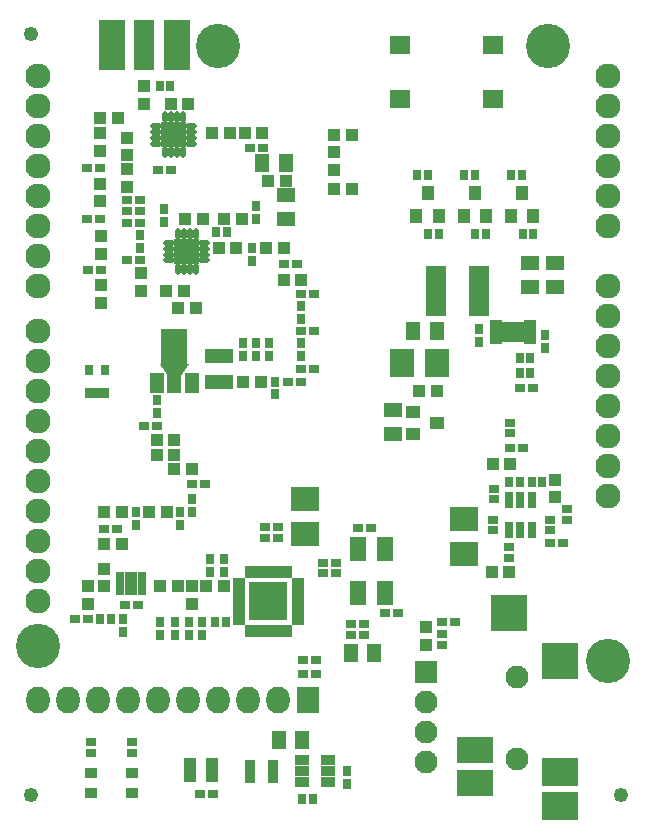
<source format=gts>
G04 #@! TF.GenerationSoftware,KiCad,Pcbnew,(5.0.0)*
G04 #@! TF.CreationDate,2018-12-02T13:03:49-08:00*
G04 #@! TF.ProjectId,HamShield1.1,48616D536869656C64312E312E6B6963,rev?*
G04 #@! TF.SameCoordinates,PX581e980PY882a660*
G04 #@! TF.FileFunction,Soldermask,Top*
G04 #@! TF.FilePolarity,Negative*
%FSLAX46Y46*%
G04 Gerber Fmt 4.6, Leading zero omitted, Abs format (unit mm)*
G04 Created by KiCad (PCBNEW (5.0.0)) date 12/02/18 13:03:49*
%MOMM*%
%LPD*%
G01*
G04 APERTURE LIST*
%ADD10R,0.650000X0.850000*%
%ADD11R,3.050000X2.250000*%
%ADD12R,3.050000X2.450000*%
%ADD13R,3.050000X3.050000*%
%ADD14C,1.950000*%
%ADD15R,0.504000X1.012000*%
%ADD16R,1.012000X0.504000*%
%ADD17R,3.249740X3.249740*%
%ADD18R,0.798640X1.448880*%
%ADD19R,1.800000X1.550000*%
%ADD20R,1.977200X2.282000*%
%ADD21O,1.977200X2.282000*%
%ADD22R,1.050000X1.000000*%
%ADD23R,1.250760X1.751140*%
%ADD24R,2.248980X3.249740*%
%ADD25C,0.999300*%
%ADD26C,0.150000*%
%ADD27R,0.850000X0.750000*%
%ADD28R,0.750000X0.850000*%
%ADD29R,1.000000X1.050000*%
%ADD30R,0.850000X0.650000*%
%ADD31R,1.250000X0.850000*%
%ADD32R,0.950000X0.670000*%
%ADD33R,0.999300X0.648780*%
%ADD34R,1.500000X1.250000*%
%ADD35R,1.250000X1.500000*%
%ADD36C,1.248220*%
%ADD37R,2.480000X2.050000*%
%ADD38R,0.750000X0.550000*%
%ADD39R,1.050000X1.130000*%
%ADD40R,2.050000X2.480000*%
%ADD41R,1.750000X4.250000*%
%ADD42R,1.000000X0.550000*%
%ADD43R,1.125000X0.975000*%
%ADD44R,1.050000X0.850000*%
%ADD45R,1.950000X1.950000*%
%ADD46O,1.950000X1.950000*%
%ADD47R,1.050000X1.150000*%
%ADD48R,1.150000X1.050000*%
%ADD49R,1.349820X2.149920*%
%ADD50R,2.450000X1.250000*%
%ADD51C,2.129600*%
%ADD52C,3.750000*%
%ADD53R,2.250000X4.314000*%
%ADD54R,1.774000X4.314000*%
%ADD55R,0.650000X0.900000*%
%ADD56O,0.550000X1.000000*%
%ADD57O,1.000000X0.550000*%
%ADD58R,1.150000X1.150000*%
G04 APERTURE END LIST*
D10*
G04 #@! TO.C,R36*
X43600000Y46280000D03*
X42700000Y46280000D03*
G04 #@! TD*
D11*
G04 #@! TO.C,J2*
X39600000Y-5220000D03*
X39600000Y-2420000D03*
D12*
X46800000Y-4320000D03*
X46800000Y-7120000D03*
D13*
X46800000Y5080000D03*
X42450000Y9180000D03*
D14*
X43200000Y-3220000D03*
X43200000Y3780000D03*
G04 #@! TD*
D15*
G04 #@! TO.C,U1*
X23349680Y7680640D03*
X22849300Y7680640D03*
X22348920Y7680640D03*
X23850060Y7680640D03*
D16*
X24599360Y8429940D03*
X24599360Y8930320D03*
X24599360Y9430700D03*
X24599360Y9931080D03*
X24599360Y10428920D03*
X24599360Y10929300D03*
X24599360Y11429680D03*
X24599360Y11930060D03*
D15*
X20349940Y12679360D03*
X23850060Y12679360D03*
X23349680Y12679360D03*
X22849300Y12679360D03*
X22348920Y12679360D03*
X21851080Y12679360D03*
X21350700Y12679360D03*
X20850320Y12679360D03*
D16*
X19600640Y11930060D03*
X19600640Y11429680D03*
X19600640Y10929300D03*
X19600640Y10428920D03*
X19600640Y9931080D03*
X19600640Y9430700D03*
X19600640Y8930320D03*
X19600640Y8429940D03*
D15*
X20349940Y7680640D03*
X20850320Y7680640D03*
X21350700Y7680640D03*
X21851080Y7680640D03*
D17*
X22100000Y10180000D03*
G04 #@! TD*
D18*
G04 #@! TO.C,U3*
X42510040Y18777940D03*
X43460000Y18777940D03*
X44409960Y18777940D03*
X44409960Y16182060D03*
X43460000Y16182060D03*
X42510040Y16182060D03*
G04 #@! TD*
D19*
G04 #@! TO.C,S1*
X41175000Y52730000D03*
X33225000Y52730000D03*
X33225000Y57230000D03*
X41175000Y57230000D03*
G04 #@! TD*
D20*
G04 #@! TO.C,P1*
X25480000Y1780000D03*
D21*
X22940000Y1780000D03*
X20400000Y1780000D03*
X17860000Y1780000D03*
X15320000Y1780000D03*
X12780000Y1780000D03*
X10240000Y1780000D03*
X7700000Y1780000D03*
X5160000Y1780000D03*
X2620000Y1780000D03*
G04 #@! TD*
D22*
G04 #@! TO.C,C20*
X36400000Y27980000D03*
X34900000Y27980000D03*
G04 #@! TD*
D23*
G04 #@! TO.C,U9*
X12648860Y28678340D03*
X14150000Y28678340D03*
X15651140Y28678340D03*
D24*
X14150000Y31629820D03*
D25*
X14150000Y29780700D03*
D26*
G36*
X15384545Y30280350D02*
X14717215Y29281050D01*
X13582785Y29281050D01*
X12915455Y30280350D01*
X15384545Y30280350D01*
X15384545Y30280350D01*
G37*
G04 #@! TD*
D27*
G04 #@! TO.C,C1*
X25060000Y5190000D03*
X26160000Y5190000D03*
G04 #@! TD*
G04 #@! TO.C,C2*
X25060000Y4040000D03*
X26160000Y4040000D03*
G04 #@! TD*
D28*
G04 #@! TO.C,C3*
X16500000Y8430000D03*
X16500000Y7330000D03*
G04 #@! TD*
G04 #@! TO.C,C4*
X15360000Y8430000D03*
X15360000Y7330000D03*
G04 #@! TD*
D27*
G04 #@! TO.C,C5*
X29100000Y8280000D03*
X30200000Y8280000D03*
G04 #@! TD*
G04 #@! TO.C,C6*
X29100000Y7280000D03*
X30200000Y7280000D03*
G04 #@! TD*
D28*
G04 #@! TO.C,C7*
X14190000Y8430000D03*
X14190000Y7330000D03*
G04 #@! TD*
G04 #@! TO.C,C8*
X12950000Y8430000D03*
X12950000Y7330000D03*
G04 #@! TD*
D27*
G04 #@! TO.C,C9*
X32000000Y9180000D03*
X33100000Y9180000D03*
G04 #@! TD*
G04 #@! TO.C,C10*
X29700000Y16380000D03*
X30800000Y16380000D03*
G04 #@! TD*
G04 #@! TO.C,C12*
X21820000Y15510000D03*
X22920000Y15510000D03*
G04 #@! TD*
G04 #@! TO.C,C13*
X21820000Y16460000D03*
X22920000Y16460000D03*
G04 #@! TD*
D28*
G04 #@! TO.C,C14*
X18320000Y12680000D03*
X18320000Y13780000D03*
G04 #@! TD*
G04 #@! TO.C,C15*
X17180000Y12680000D03*
X17180000Y13780000D03*
G04 #@! TD*
G04 #@! TO.C,C16*
X28750000Y-4220000D03*
X28750000Y-5320000D03*
G04 #@! TD*
D27*
G04 #@! TO.C,C17*
X17400000Y-6170000D03*
X16300000Y-6170000D03*
G04 #@! TD*
D29*
G04 #@! TO.C,C19*
X11610000Y52280000D03*
X11610000Y53780000D03*
G04 #@! TD*
D22*
G04 #@! TO.C,C23*
X15950000Y35030000D03*
X14450000Y35030000D03*
G04 #@! TD*
G04 #@! TO.C,C24*
X14950000Y36430000D03*
X13450000Y36430000D03*
G04 #@! TD*
G04 #@! TO.C,C25*
X15050000Y42530000D03*
X16550000Y42530000D03*
G04 #@! TD*
D27*
G04 #@! TO.C,C31*
X13850000Y46680000D03*
X12750000Y46680000D03*
G04 #@! TD*
D28*
G04 #@! TO.C,C35*
X13300000Y42280000D03*
X13300000Y43380000D03*
G04 #@! TD*
G04 #@! TO.C,C36*
X39950000Y32120000D03*
X39950000Y33220000D03*
G04 #@! TD*
G04 #@! TO.C,C37*
X21050000Y30980000D03*
X21050000Y32080000D03*
G04 #@! TD*
D27*
G04 #@! TO.C,C39*
X47100000Y15120000D03*
X46000000Y15120000D03*
G04 #@! TD*
D22*
G04 #@! TO.C,C40*
X41100000Y21780000D03*
X42600000Y21780000D03*
G04 #@! TD*
D27*
G04 #@! TO.C,C41*
X43700000Y23180000D03*
X42600000Y23180000D03*
G04 #@! TD*
G04 #@! TO.C,C43*
X37930000Y8450000D03*
X36830000Y8450000D03*
G04 #@! TD*
G04 #@! TO.C,C56*
X11250000Y39080000D03*
X10150000Y39080000D03*
G04 #@! TD*
G04 #@! TO.C,C59*
X7900000Y42580000D03*
X6800000Y42580000D03*
G04 #@! TD*
G04 #@! TO.C,C60*
X11250000Y42180000D03*
X10150000Y42180000D03*
G04 #@! TD*
D29*
G04 #@! TO.C,C94*
X35460000Y8000000D03*
X35460000Y6500000D03*
G04 #@! TD*
D10*
G04 #@! TO.C,R3*
X18500000Y8430000D03*
X17600000Y8430000D03*
G04 #@! TD*
D30*
G04 #@! TO.C,R12*
X41180000Y19690000D03*
X41180000Y18790000D03*
G04 #@! TD*
G04 #@! TO.C,R13*
X41100000Y16180000D03*
X41100000Y17080000D03*
G04 #@! TD*
D10*
G04 #@! TO.C,R23*
X44410000Y20260000D03*
X45310000Y20260000D03*
G04 #@! TD*
D30*
G04 #@! TO.C,R24*
X42600000Y24380000D03*
X42600000Y25280000D03*
G04 #@! TD*
G04 #@! TO.C,R27*
X46000000Y17080000D03*
X46000000Y16180000D03*
G04 #@! TD*
G04 #@! TO.C,R28*
X47430000Y17090000D03*
X47430000Y17990000D03*
G04 #@! TD*
G04 #@! TO.C,R31*
X36830000Y7410000D03*
X36830000Y6510000D03*
G04 #@! TD*
D10*
G04 #@! TO.C,R37*
X39600000Y46280000D03*
X38700000Y46280000D03*
G04 #@! TD*
D31*
G04 #@! TO.C,Q1*
X27200000Y-5170000D03*
X27200000Y-4220000D03*
X27200000Y-3270000D03*
X25000000Y-3270000D03*
X25000000Y-4220000D03*
X25000000Y-5170000D03*
G04 #@! TD*
D10*
G04 #@! TO.C,R4*
X25900000Y-6570000D03*
X25000000Y-6570000D03*
G04 #@! TD*
G04 #@! TO.C,R5*
X18600000Y41430000D03*
X17700000Y41430000D03*
G04 #@! TD*
D30*
G04 #@! TO.C,R6*
X42520000Y13850000D03*
X42520000Y14750000D03*
G04 #@! TD*
D10*
G04 #@! TO.C,R7*
X42500000Y20230000D03*
X43400000Y20230000D03*
G04 #@! TD*
D32*
G04 #@! TO.C,D1*
X20600000Y-3570000D03*
X20600000Y-4220000D03*
X20600000Y-4870000D03*
X22500000Y-4870000D03*
X22500000Y-4220000D03*
X22500000Y-3570000D03*
G04 #@! TD*
D28*
G04 #@! TO.C,C58*
X21050000Y42530000D03*
X21050000Y43630000D03*
G04 #@! TD*
D33*
G04 #@! TO.C,U12*
X17349960Y-4770240D03*
X17349960Y-4120000D03*
X17349960Y-3469760D03*
X15450040Y-3469760D03*
X15450040Y-4120000D03*
X15450040Y-4770240D03*
G04 #@! TD*
D22*
G04 #@! TO.C,C61*
X23600000Y45780000D03*
X22100000Y45780000D03*
G04 #@! TD*
G04 #@! TO.C,C67*
X9400000Y51130000D03*
X7900000Y51130000D03*
G04 #@! TD*
D29*
G04 #@! TO.C,C73*
X8200000Y12930000D03*
X8200000Y11430000D03*
G04 #@! TD*
G04 #@! TO.C,L18*
X7950000Y36930000D03*
X7950000Y35430000D03*
G04 #@! TD*
G04 #@! TO.C,L19*
X11300000Y37980000D03*
X11300000Y36480000D03*
G04 #@! TD*
G04 #@! TO.C,L21*
X7950000Y41080000D03*
X7950000Y39580000D03*
G04 #@! TD*
G04 #@! TO.C,L24*
X7900000Y45530000D03*
X7900000Y44030000D03*
G04 #@! TD*
G04 #@! TO.C,L27*
X7900000Y49780000D03*
X7900000Y48280000D03*
G04 #@! TD*
G04 #@! TO.C,L28*
X10150000Y46780000D03*
X10150000Y45280000D03*
G04 #@! TD*
D28*
G04 #@! TO.C,C30*
X19950000Y30980000D03*
X19950000Y32080000D03*
G04 #@! TD*
G04 #@! TO.C,C46*
X20700000Y40080000D03*
X20700000Y38980000D03*
G04 #@! TD*
G04 #@! TO.C,C51*
X22150000Y30980000D03*
X22150000Y32080000D03*
G04 #@! TD*
D27*
G04 #@! TO.C,C53*
X7950000Y38180000D03*
X6850000Y38180000D03*
G04 #@! TD*
G04 #@! TO.C,C62*
X7900000Y46880000D03*
X6800000Y46880000D03*
G04 #@! TD*
G04 #@! TO.C,C63*
X10150000Y44180000D03*
X11250000Y44180000D03*
G04 #@! TD*
G04 #@! TO.C,C66*
X21650000Y48530000D03*
X20550000Y48530000D03*
G04 #@! TD*
D29*
G04 #@! TO.C,C68*
X10150000Y49430000D03*
X10150000Y47930000D03*
G04 #@! TD*
D22*
G04 #@! TO.C,C70*
X17350000Y49780000D03*
X18850000Y49780000D03*
G04 #@! TD*
G04 #@! TO.C,C71*
X12950000Y11430000D03*
X14450000Y11430000D03*
G04 #@! TD*
D27*
G04 #@! TO.C,C72*
X24900000Y29880000D03*
X26000000Y29880000D03*
G04 #@! TD*
G04 #@! TO.C,C75*
X6850000Y8680000D03*
X5750000Y8680000D03*
G04 #@! TD*
D28*
G04 #@! TO.C,C76*
X9850000Y8680000D03*
X9850000Y7580000D03*
G04 #@! TD*
G04 #@! TO.C,L22*
X11250000Y41180000D03*
X11250000Y40080000D03*
G04 #@! TD*
D34*
G04 #@! TO.C,L23*
X23600000Y44530000D03*
X23600000Y42530000D03*
G04 #@! TD*
D27*
G04 #@! TO.C,L25*
X10150000Y43180000D03*
X11250000Y43180000D03*
G04 #@! TD*
D35*
G04 #@! TO.C,L26*
X21600000Y47280000D03*
X23600000Y47280000D03*
G04 #@! TD*
D27*
G04 #@! TO.C,C74*
X11050000Y9880000D03*
X9950000Y9880000D03*
G04 #@! TD*
D10*
G04 #@! TO.C,R8*
X7900000Y8680000D03*
X8800000Y8680000D03*
G04 #@! TD*
D36*
G04 #@! TO.C,FD1*
X51960000Y-6190000D03*
G04 #@! TD*
G04 #@! TO.C,FD2*
X2050000Y58160000D03*
G04 #@! TD*
D37*
G04 #@! TO.C,C11*
X25200000Y18790000D03*
X25200000Y15870000D03*
G04 #@! TD*
D38*
G04 #@! TO.C,U4*
X11450000Y10930000D03*
X11450000Y11430000D03*
X11450000Y11930000D03*
X11450000Y12430000D03*
X9550000Y12430000D03*
X9550000Y11930000D03*
X9550000Y11430000D03*
X9550000Y10930000D03*
D39*
X10500000Y12120000D03*
X10500000Y11240000D03*
G04 #@! TD*
D29*
G04 #@! TO.C,C77*
X27700000Y46680000D03*
X27700000Y48180000D03*
G04 #@! TD*
D22*
G04 #@! TO.C,L30*
X27700000Y49680000D03*
X29200000Y49680000D03*
G04 #@! TD*
G04 #@! TO.C,L31*
X27700000Y45080000D03*
X29200000Y45080000D03*
G04 #@! TD*
G04 #@! TO.C,L32*
X15350000Y52280000D03*
X13850000Y52280000D03*
G04 #@! TD*
G04 #@! TO.C,L33*
X9700000Y14980000D03*
X8200000Y14980000D03*
G04 #@! TD*
D10*
G04 #@! TO.C,R9*
X12910000Y53780000D03*
X13810000Y53780000D03*
G04 #@! TD*
D28*
G04 #@! TO.C,C28*
X45560000Y32720000D03*
X45560000Y31620000D03*
G04 #@! TD*
D27*
G04 #@! TO.C,C29*
X44480000Y28230000D03*
X43380000Y28230000D03*
G04 #@! TD*
D40*
G04 #@! TO.C,C79*
X33440000Y30330000D03*
X36360000Y30330000D03*
G04 #@! TD*
D10*
G04 #@! TO.C,R10*
X43380000Y29470000D03*
X44280000Y29470000D03*
G04 #@! TD*
G04 #@! TO.C,R11*
X44280000Y30810000D03*
X43380000Y30810000D03*
G04 #@! TD*
D34*
G04 #@! TO.C,C18*
X46360000Y36810000D03*
X46360000Y38810000D03*
G04 #@! TD*
G04 #@! TO.C,C21*
X44280000Y36810000D03*
X44280000Y38810000D03*
G04 #@! TD*
D35*
G04 #@! TO.C,C78*
X34400000Y33080000D03*
X36400000Y33080000D03*
G04 #@! TD*
D41*
G04 #@! TO.C,L2*
X39950000Y36480000D03*
X36350000Y36480000D03*
G04 #@! TD*
D34*
G04 #@! TO.C,C22*
X32650000Y26330000D03*
X32650000Y24330000D03*
G04 #@! TD*
D29*
G04 #@! TO.C,L3*
X6850000Y11430000D03*
X6850000Y9930000D03*
G04 #@! TD*
D22*
G04 #@! TO.C,L20*
X19900000Y42530000D03*
X18400000Y42530000D03*
G04 #@! TD*
G04 #@! TO.C,L29*
X20100000Y49780000D03*
X21600000Y49780000D03*
G04 #@! TD*
D35*
G04 #@! TO.C,C80*
X31100000Y5830000D03*
X29100000Y5830000D03*
G04 #@! TD*
G04 #@! TO.C,C81*
X23000000Y-1570000D03*
X25000000Y-1570000D03*
G04 #@! TD*
D42*
G04 #@! TO.C,U2*
X44280000Y32220000D03*
X44280000Y32720000D03*
X44280000Y33220000D03*
X44280000Y33720000D03*
X41380000Y33720000D03*
X41380000Y33220000D03*
X41380000Y32720000D03*
X41380000Y32220000D03*
D43*
X42392500Y33332500D03*
X42392500Y32607500D03*
X43267500Y33332500D03*
X43267500Y32607500D03*
G04 #@! TD*
D22*
G04 #@! TO.C,C301*
X16850000Y11430000D03*
X18350000Y11430000D03*
G04 #@! TD*
D29*
G04 #@! TO.C,L301*
X15650000Y9930000D03*
X15650000Y11430000D03*
G04 #@! TD*
D10*
G04 #@! TO.C,R1*
X36550000Y41280000D03*
X35650000Y41280000D03*
G04 #@! TD*
D30*
G04 #@! TO.C,R2*
X27875000Y12530000D03*
X27875000Y13430000D03*
G04 #@! TD*
D10*
G04 #@! TO.C,R14*
X40550000Y41280000D03*
X39650000Y41280000D03*
G04 #@! TD*
G04 #@! TO.C,R15*
X44550000Y41280000D03*
X43650000Y41280000D03*
G04 #@! TD*
G04 #@! TO.C,R16*
X35600000Y46280000D03*
X34700000Y46280000D03*
G04 #@! TD*
D30*
G04 #@! TO.C,R17*
X26750000Y12530000D03*
X26750000Y13430000D03*
G04 #@! TD*
D44*
G04 #@! TO.C,D2*
X10600000Y-6070000D03*
X10600000Y-4370000D03*
G04 #@! TD*
G04 #@! TO.C,D3*
X7100000Y-6070000D03*
X7100000Y-4370000D03*
G04 #@! TD*
D30*
G04 #@! TO.C,R20*
X10600000Y-1770000D03*
X10600000Y-2670000D03*
G04 #@! TD*
G04 #@! TO.C,R22*
X7100000Y-1770000D03*
X7100000Y-2670000D03*
G04 #@! TD*
D22*
G04 #@! TO.C,C33*
X14150000Y22580000D03*
X12650000Y22580000D03*
G04 #@! TD*
D27*
G04 #@! TO.C,C38*
X24900000Y36180000D03*
X26000000Y36180000D03*
G04 #@! TD*
D28*
G04 #@! TO.C,L4*
X15650000Y17730000D03*
X15650000Y18830000D03*
G04 #@! TD*
G04 #@! TO.C,L6*
X24900000Y32080000D03*
X24900000Y30980000D03*
G04 #@! TD*
G04 #@! TO.C,L11*
X12650000Y26080000D03*
X12650000Y27180000D03*
G04 #@! TD*
D22*
G04 #@! TO.C,L12*
X21900000Y40080000D03*
X23400000Y40080000D03*
G04 #@! TD*
D28*
G04 #@! TO.C,C26*
X10950000Y17730000D03*
X10950000Y16630000D03*
G04 #@! TD*
D27*
G04 #@! TO.C,C32*
X15650000Y20080000D03*
X16750000Y20080000D03*
G04 #@! TD*
D45*
G04 #@! TO.C,JP3*
X35470000Y4165000D03*
D46*
X35470000Y1625000D03*
X35470000Y-915000D03*
X35470000Y-3455000D03*
G04 #@! TD*
D47*
G04 #@! TO.C,Q5*
X34650000Y42780000D03*
X36550000Y42780000D03*
X35600000Y44780000D03*
G04 #@! TD*
G04 #@! TO.C,Q6*
X38650000Y42780000D03*
X40550000Y42780000D03*
X39600000Y44780000D03*
G04 #@! TD*
G04 #@! TO.C,Q7*
X42650000Y42780000D03*
X44550000Y42780000D03*
X43600000Y44780000D03*
G04 #@! TD*
D48*
G04 #@! TO.C,U6*
X34400000Y26230000D03*
X34400000Y24330000D03*
X36400000Y25280000D03*
G04 #@! TD*
D49*
G04 #@! TO.C,Y1*
X31998080Y10880880D03*
X31998080Y14579120D03*
X29701920Y14579120D03*
X29701920Y10880880D03*
G04 #@! TD*
D28*
G04 #@! TO.C,C27*
X14650000Y17730000D03*
X14650000Y16630000D03*
G04 #@! TD*
D27*
G04 #@! TO.C,C34*
X24900000Y33080000D03*
X26000000Y33080000D03*
G04 #@! TD*
D29*
G04 #@! TO.C,C42*
X46390000Y20460000D03*
X46390000Y18960000D03*
G04 #@! TD*
D27*
G04 #@! TO.C,C44*
X12650000Y24980000D03*
X11550000Y24980000D03*
G04 #@! TD*
D22*
G04 #@! TO.C,C47*
X41020000Y12680000D03*
X42520000Y12680000D03*
G04 #@! TD*
D27*
G04 #@! TO.C,C49*
X8200000Y16330000D03*
X9300000Y16330000D03*
G04 #@! TD*
D28*
G04 #@! TO.C,C69*
X22700000Y28780000D03*
X22700000Y27680000D03*
G04 #@! TD*
D37*
G04 #@! TO.C,C93*
X38680000Y14190000D03*
X38680000Y17110000D03*
G04 #@! TD*
D22*
G04 #@! TO.C,L1*
X12050000Y17730000D03*
X13550000Y17730000D03*
G04 #@! TD*
G04 #@! TO.C,L5*
X15650000Y21330000D03*
X14150000Y21330000D03*
G04 #@! TD*
G04 #@! TO.C,L7*
X14150000Y23830000D03*
X12650000Y23830000D03*
G04 #@! TD*
D28*
G04 #@! TO.C,L8*
X24900000Y35180000D03*
X24900000Y34080000D03*
G04 #@! TD*
D22*
G04 #@! TO.C,L9*
X8200000Y17730000D03*
X9700000Y17730000D03*
G04 #@! TD*
G04 #@! TO.C,L10*
X23400000Y37380000D03*
X24900000Y37380000D03*
G04 #@! TD*
D50*
G04 #@! TO.C,L15*
X17900000Y28780000D03*
X17900000Y30980000D03*
G04 #@! TD*
D22*
G04 #@! TO.C,L16*
X21450000Y28780000D03*
X19950000Y28780000D03*
G04 #@! TD*
D27*
G04 #@! TO.C,L17*
X24900000Y28780000D03*
X23800000Y28780000D03*
G04 #@! TD*
D36*
G04 #@! TO.C,FD3*
X2050000Y-6190000D03*
G04 #@! TD*
D22*
G04 #@! TO.C,C48*
X19400000Y40080000D03*
X17900000Y40080000D03*
G04 #@! TD*
D51*
G04 #@! TO.C,U5*
X50830000Y26680000D03*
X50830000Y29220000D03*
X50830000Y41920000D03*
X50830000Y44460000D03*
X50830000Y47000000D03*
X50830000Y49540000D03*
X50830000Y52080000D03*
X50830000Y54620000D03*
X2570000Y15250000D03*
X2570000Y49540000D03*
X2570000Y47000000D03*
X2570000Y44460000D03*
X2570000Y41920000D03*
X2570000Y39380000D03*
X2570000Y36840000D03*
X2570000Y33030000D03*
X2570000Y30490000D03*
X2570000Y27950000D03*
X2570000Y25410000D03*
X2570000Y22870000D03*
X2570000Y20330000D03*
X50830000Y31760000D03*
X50830000Y34300000D03*
X2570000Y17790000D03*
X50830000Y24140000D03*
X2570000Y54620000D03*
X2570000Y52080000D03*
X50830000Y36840000D03*
D52*
X2570000Y6360000D03*
X45755000Y57165000D03*
X17815000Y57160000D03*
X50830000Y5095000D03*
D51*
X2570000Y12710000D03*
X2570000Y10170000D03*
X50830000Y21600000D03*
X50830000Y19060000D03*
G04 #@! TD*
D53*
G04 #@! TO.C,J1*
X8838000Y57240000D03*
X14362000Y57240000D03*
D54*
X11600000Y57240000D03*
G04 #@! TD*
D27*
G04 #@! TO.C,C45*
X23400000Y38760000D03*
X24500000Y38760000D03*
G04 #@! TD*
D55*
G04 #@! TO.C,U7*
X6950000Y29730000D03*
X8250000Y29730000D03*
X7600000Y27830000D03*
X8250000Y27830000D03*
X6950000Y27830000D03*
G04 #@! TD*
D56*
G04 #@! TO.C,U10*
X13350000Y48205000D03*
X13850000Y48205000D03*
X14350000Y48205000D03*
X14850000Y48205000D03*
D57*
X15575000Y48930000D03*
X15575000Y49430000D03*
X15575000Y49930000D03*
X15575000Y50430000D03*
D56*
X14850000Y51155000D03*
X14350000Y51155000D03*
X13850000Y51155000D03*
X13350000Y51155000D03*
D57*
X12625000Y50430000D03*
X12625000Y49930000D03*
X12625000Y49430000D03*
X12625000Y48930000D03*
D58*
X14550000Y50130000D03*
X13650000Y50130000D03*
X14550000Y49230000D03*
X13650000Y49230000D03*
G04 #@! TD*
G04 #@! TO.C,U11*
X14750000Y40230000D03*
X14750000Y39330000D03*
X15650000Y40230000D03*
X15650000Y39330000D03*
D56*
X14450000Y41255000D03*
X14950000Y41255000D03*
X15450000Y41255000D03*
X15950000Y41255000D03*
D57*
X16675000Y40530000D03*
X16675000Y40030000D03*
X16675000Y39530000D03*
X16675000Y39030000D03*
D56*
X15950000Y38305000D03*
X15450000Y38305000D03*
X14950000Y38305000D03*
X14450000Y38305000D03*
D57*
X13725000Y39030000D03*
X13725000Y39530000D03*
X13725000Y40030000D03*
X13725000Y40530000D03*
G04 #@! TD*
M02*

</source>
